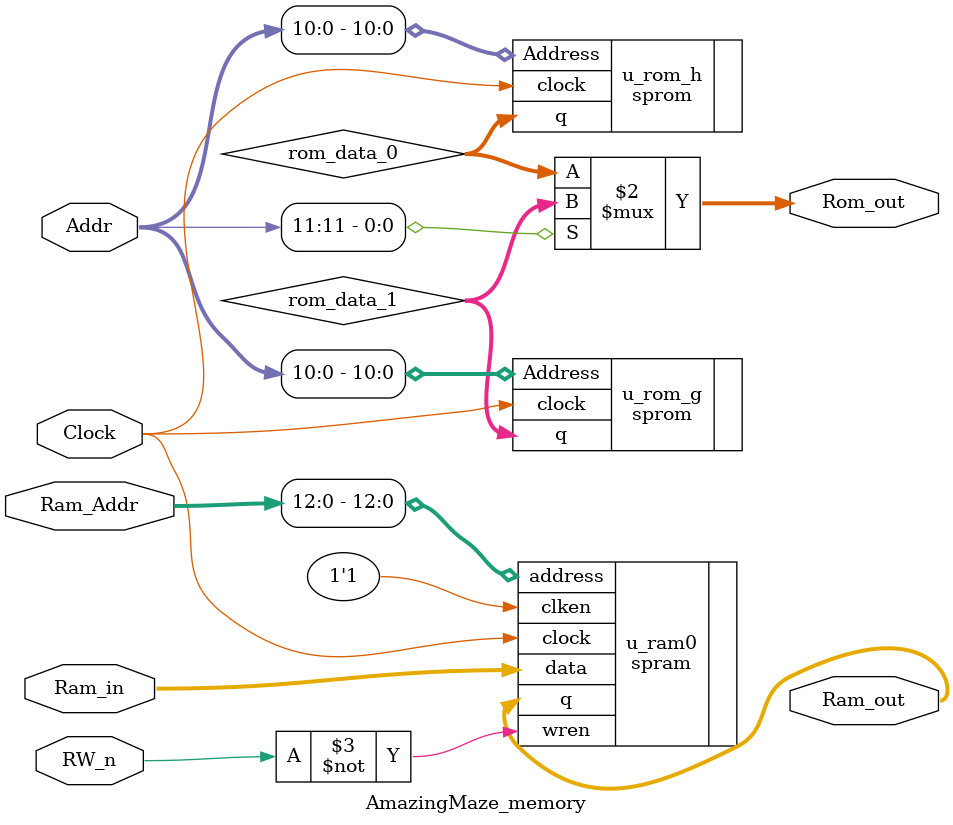
<source format=sv>

module AmazingMaze_memory(
input				Clock,
input				RW_n,
input		[15:0]Addr,
input		[15:0]Ram_Addr,
output	 [7:0]Ram_out,
input		 [7:0]Ram_in,
output	 [7:0]Rom_out
);

wire [7:0]rom_data_0;
wire [7:0]rom_data_1;

sprom #(
	.init_file("./roms/maze.h.hex"),
	.widthad_a(11),
	.width_a(8))
u_rom_h (
	.clock(Clock),
	.Address(Addr[10:0]),
	.q(rom_data_0)
	);

sprom #(
	.init_file("./roms/maze.g.hex"),
	.widthad_a(11),
	.width_a(8))
u_rom_g (
	.clock(Clock),
	.Address(Addr[10:0]),
	.q(rom_data_1)
	);

assign Rom_out = ~Addr[11] ? rom_data_0 : rom_data_1;
	
		
spram #(
	.addr_width_g(13),
	.data_width_g(8)) 
u_ram0(
	.address(Ram_Addr[12:0]),
	.clken(1'b1),
	.clock(Clock),
	.data(Ram_in),
	.wren(~RW_n),
	.q(Ram_out)
	);
endmodule 
</source>
